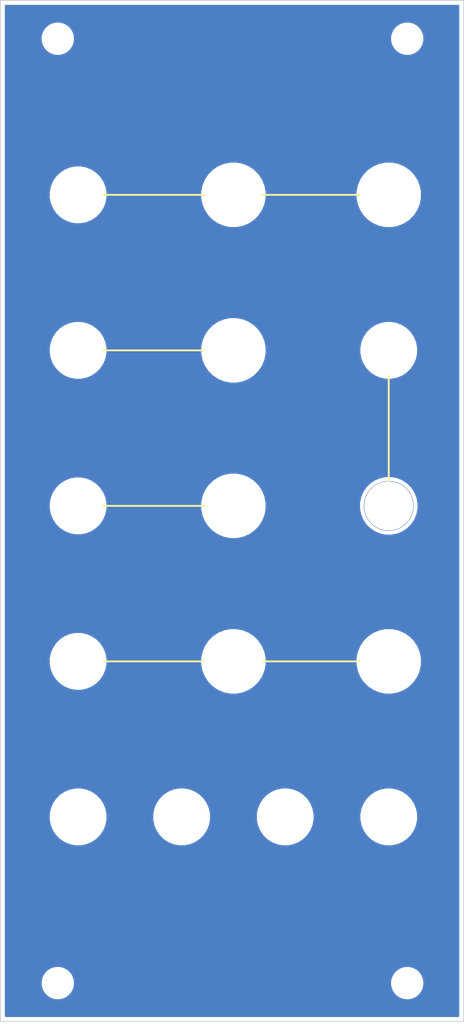
<source format=kicad_pcb>
(kicad_pcb (version 20171130) (host pcbnew 5.1.5-52549c5~86~ubuntu19.04.1)

  (general
    (thickness 1.6)
    (drawings 11)
    (tracks 0)
    (zones 0)
    (modules 24)
    (nets 1)
  )

  (page A4)
  (title_block
    (title vco)
    (date 2020-05-23)
    (rev 01)
    (comment 1 "PCB for panel")
    (comment 2 "CEM3340 voltage controlled oszillator")
    (comment 4 "License CC BY 4.0 - Attribution 4.0 International")
  )

  (layers
    (0 F.Cu signal)
    (31 B.Cu signal)
    (32 B.Adhes user)
    (33 F.Adhes user)
    (34 B.Paste user)
    (35 F.Paste user)
    (36 B.SilkS user)
    (37 F.SilkS user)
    (38 B.Mask user)
    (39 F.Mask user)
    (40 Dwgs.User user)
    (41 Cmts.User user)
    (42 Eco1.User user)
    (43 Eco2.User user)
    (44 Edge.Cuts user)
    (45 Margin user)
    (46 B.CrtYd user)
    (47 F.CrtYd user)
    (48 B.Fab user)
    (49 F.Fab user)
  )

  (setup
    (last_trace_width 0.25)
    (trace_clearance 0.2)
    (zone_clearance 0.508)
    (zone_45_only no)
    (trace_min 0.2)
    (via_size 0.8)
    (via_drill 0.4)
    (via_min_size 0.4)
    (via_min_drill 0.3)
    (uvia_size 0.3)
    (uvia_drill 0.1)
    (uvias_allowed no)
    (uvia_min_size 0.2)
    (uvia_min_drill 0.1)
    (edge_width 0.05)
    (segment_width 0.2)
    (pcb_text_width 0.3)
    (pcb_text_size 1.5 1.5)
    (mod_edge_width 0.12)
    (mod_text_size 1 1)
    (mod_text_width 0.15)
    (pad_size 6.4 6.4)
    (pad_drill 6.4)
    (pad_to_mask_clearance 0.051)
    (solder_mask_min_width 0.25)
    (aux_axis_origin 0 0)
    (visible_elements 7FFFFFFF)
    (pcbplotparams
      (layerselection 0x010fc_ffffffff)
      (usegerberextensions false)
      (usegerberattributes false)
      (usegerberadvancedattributes false)
      (creategerberjobfile false)
      (excludeedgelayer false)
      (linewidth 0.150000)
      (plotframeref false)
      (viasonmask false)
      (mode 1)
      (useauxorigin false)
      (hpglpennumber 1)
      (hpglpenspeed 20)
      (hpglpendiameter 15.000000)
      (psnegative false)
      (psa4output false)
      (plotreference true)
      (plotvalue true)
      (plotinvisibletext false)
      (padsonsilk false)
      (subtractmaskfromsilk false)
      (outputformat 1)
      (mirror false)
      (drillshape 0)
      (scaleselection 1)
      (outputdirectory "./gerbers"))
  )

  (net 0 "")

  (net_class Default "This is the default net class."
    (clearance 0.2)
    (trace_width 0.25)
    (via_dia 0.8)
    (via_drill 0.4)
    (uvia_dia 0.3)
    (uvia_drill 0.1)
  )

  (module elektrophon:panel_jack (layer F.Cu) (tedit 5DA46DDA) (tstamp 5EBD0BCA)
    (at 35.56 50.8)
    (descr "Mounting Hole 8.4mm, no annular, M8")
    (tags "mounting hole 8.4mm no annular m8")
    (path /5DA3331D)
    (attr virtual)
    (fp_text reference H4 (at 0 -9.4) (layer F.SilkS) hide
      (effects (font (size 1 1) (thickness 0.15)))
    )
    (fp_text value 1V/OCT (at 0 9.144) (layer F.Mask)
      (effects (font (size 2 1.4) (thickness 0.25)))
    )
    (fp_circle (center 0 0) (end 4.2 0) (layer F.CrtYd) (width 0.05))
    (fp_circle (center 0 0) (end 4 0) (layer Cmts.User) (width 0.15))
    (fp_text user %R (at 0.3 0) (layer F.Fab)
      (effects (font (size 1 1) (thickness 0.15)))
    )
    (pad "" np_thru_hole circle (at 0 0) (size 6.4 6.4) (drill 6.4) (layers *.Cu *.Mask))
    (model "${KIPRJMOD}/../../../lib/kicad/models/PJ301M-12 Thonkiconn v0.2.stp"
      (offset (xyz 0 0.8 -10.5))
      (scale (xyz 1 1 1))
      (rotate (xyz 0 0 0))
    )
  )

  (module elektrophon:waveshape_square locked (layer F.Cu) (tedit 5D6AF935) (tstamp 5EC93BD6)
    (at 76.2 132.08)
    (descr "Imported from ../../lib/kicad/elektrophon.pretty/saw.svg")
    (tags svg2mod)
    (attr smd)
    (fp_text reference svg2mod (at 0 -4.58823) (layer F.SilkS) hide
      (effects (font (size 1.524 1.524) (thickness 0.3048)))
    )
    (fp_text value G*** (at 0 11.176) (layer F.SilkS) hide
      (effects (font (size 1.524 1.524) (thickness 0.3048)))
    )
    (fp_line (start 2.032 9.652) (end 2.032 8.128) (layer F.Mask) (width 0.5))
    (fp_line (start 0 9.652) (end 2.032 9.652) (layer F.Mask) (width 0.5))
    (fp_line (start 0 7.112) (end 0 9.652) (layer F.Mask) (width 0.5))
    (fp_line (start -2.032 7.09577) (end -0.207183 7.09617) (layer F.Mask) (width 0.5))
    (fp_line (start -2.032 8.62667) (end -2.032 7.112) (layer F.Mask) (width 0.5))
  )

  (module elektrophon:waveshape_saw locked (layer F.Cu) (tedit 5D6AF863) (tstamp 5EC93A30)
    (at 49.106666 132.08)
    (descr "Imported from ../../lib/kicad/elektrophon.pretty/fall.svg")
    (tags svg2mod)
    (attr smd)
    (fp_text reference svg2mod (at 0 -4.69341) (layer F.SilkS) hide
      (effects (font (size 1.524 1.524) (thickness 0.3048)))
    )
    (fp_text value G*** (at 0 11.684) (layer F.SilkS) hide
      (effects (font (size 1.524 1.524) (thickness 0.3048)))
    )
    (fp_line (start -1.016 7.49859) (end 2.54 9.652) (layer F.Mask) (width 0.5))
    (fp_line (start -1.016 9.652) (end -1.016 7.62) (layer F.Mask) (width 0.5))
  )

  (module elektrophon:waveshape_sine locked (layer F.Cu) (tedit 5D6AF917) (tstamp 5EC9375B)
    (at 62.653332 132.08)
    (descr "Imported from ../../lib/kicad/elektrophon.pretty/sine.svg")
    (tags svg2mod)
    (attr smd)
    (fp_text reference svg2mod (at 0 -4.119191) (layer F.SilkS) hide
      (effects (font (size 1.524 1.524) (thickness 0.3048)))
    )
    (fp_text value G*** (at 0 11.684) (layer F.SilkS) hide
      (effects (font (size 1.524 1.524) (thickness 0.3048)))
    )
    (fp_line (start 2.333448 8.858449) (end 2.538214 8.476346) (layer F.Mask) (width 0.5))
    (fp_line (start 1.772845 9.510977) (end 2.333448 8.858449) (layer F.Mask) (width 0.5))
    (fp_line (start 1.384272 9.707191) (end 1.772845 9.510977) (layer F.Mask) (width 0.5))
    (fp_line (start 0.936943 9.693258) (end 1.384272 9.707191) (layer F.Mask) (width 0.5))
    (fp_line (start 0.440923 9.376595) (end 0.936943 9.693258) (layer F.Mask) (width 0.5))
    (fp_line (start -0.093719 8.664618) (end 0.440923 9.376595) (layer F.Mask) (width 0.5))
    (fp_line (start -0.620307 7.94493) (end -0.093719 8.664618) (layer F.Mask) (width 0.5))
    (fp_line (start -1.095093 7.607769) (end -0.620307 7.94493) (layer F.Mask) (width 0.5))
    (fp_line (start -1.512403 7.564809) (end -1.095093 7.607769) (layer F.Mask) (width 0.5))
    (fp_line (start -1.866564 7.727725) (end -1.512403 7.564809) (layer F.Mask) (width 0.5))
    (fp_line (start -2.362736 8.317877) (end -1.866564 7.727725) (layer F.Mask) (width 0.5))
    (fp_line (start -2.538214 8.671618) (end -2.362736 8.317877) (layer F.Mask) (width 0.5))
  )

  (module elektrophon:waveshape_triangle locked (layer F.Cu) (tedit 5D6AF949) (tstamp 5EC93484)
    (at 35.56 133)
    (descr "Imported from ../../lib/kicad/elektrophon.pretty/triangle.svg")
    (tags svg2mod)
    (attr smd)
    (fp_text reference svg2mod (at 0 -4.43467) (layer F.SilkS) hide
      (effects (font (size 1.524 1.524) (thickness 0.3048)))
    )
    (fp_text value G*** (at 0 11.176) (layer F.SilkS) hide
      (effects (font (size 1.524 1.524) (thickness 0.3048)))
    )
    (fp_line (start 1.524 9.51467) (end 2.54 7.82361) (layer F.Mask) (width 0.5))
    (fp_line (start -0.508 6.604) (end 1.524 9.51467) (layer F.Mask) (width 0.5))
    (fp_line (start -2.032 8.636) (end -0.508 6.604) (layer F.Mask) (width 0.5))
  )

  (module elektrophon:panel_potentiometer (layer F.Cu) (tedit 5DA46CEF) (tstamp 5DD36E24)
    (at 55.88 91.44)
    (descr "Mounting Hole 8.4mm, no annular, M8")
    (tags "mounting hole 8.4mm no annular m8")
    (path /5DD362E9)
    (attr virtual)
    (fp_text reference H13 (at 0 -9.4) (layer F.SilkS) hide
      (effects (font (size 1 1) (thickness 0.15)))
    )
    (fp_text value ATTEN (at 0 9.144) (layer F.Mask) hide
      (effects (font (size 2 1.4) (thickness 0.25)))
    )
    (fp_circle (center 0 0) (end 6.6 0) (layer F.CrtYd) (width 0.05))
    (fp_circle (center 0 0) (end 6.35 0) (layer Cmts.User) (width 0.15))
    (fp_text user %R (at 0.3 0) (layer F.Fab) hide
      (effects (font (size 1 1) (thickness 0.15)))
    )
    (pad "" np_thru_hole circle (at 0 0) (size 7.4 7.4) (drill 7.4) (layers *.Cu *.Mask))
    (model "${KIPRJMOD}/../../../lib/kicad/models/chroma cap.step"
      (offset (xyz 0 0 8))
      (scale (xyz 1 1 1))
      (rotate (xyz -90 0 0))
    )
  )

  (module elektrophon:panel_potentiometer (layer F.Cu) (tedit 5DA46CEF) (tstamp 5EBD0C09)
    (at 55.88 111.76)
    (descr "Mounting Hole 8.4mm, no annular, M8")
    (tags "mounting hole 8.4mm no annular m8")
    (path /5D6B1F10)
    (attr virtual)
    (fp_text reference H12 (at 0 -9.4) (layer F.SilkS) hide
      (effects (font (size 1 1) (thickness 0.15)))
    )
    (fp_text value ATTEN (at 0 9.144) (layer F.Mask) hide
      (effects (font (size 2 1.4) (thickness 0.25)))
    )
    (fp_circle (center 0 0) (end 6.6 0) (layer F.CrtYd) (width 0.05))
    (fp_circle (center 0 0) (end 6.35 0) (layer Cmts.User) (width 0.15))
    (fp_text user %R (at 0.3 0) (layer F.Fab) hide
      (effects (font (size 1 1) (thickness 0.15)))
    )
    (pad "" np_thru_hole circle (at 0 0) (size 7.4 7.4) (drill 7.4) (layers *.Cu *.Mask))
    (model "${KIPRJMOD}/../../../lib/kicad/models/chroma cap.step"
      (offset (xyz 0 0 8))
      (scale (xyz 1 1 1))
      (rotate (xyz -90 0 0))
    )
  )

  (module elektrophon:panel_potentiometer (layer F.Cu) (tedit 5DA46CEF) (tstamp 5EBD0C01)
    (at 55.88 50.8)
    (descr "Mounting Hole 8.4mm, no annular, M8")
    (tags "mounting hole 8.4mm no annular m8")
    (path /5D6B4FBA)
    (attr virtual)
    (fp_text reference H11 (at 0 -9.4) (layer F.SilkS) hide
      (effects (font (size 1 1) (thickness 0.15)))
    )
    (fp_text value COARSE (at 0 9.144) (layer F.Mask)
      (effects (font (size 2 1.4) (thickness 0.25)))
    )
    (fp_circle (center 0 0) (end 6.6 0) (layer F.CrtYd) (width 0.05))
    (fp_circle (center 0 0) (end 6.35 0) (layer Cmts.User) (width 0.15))
    (fp_text user %R (at 0.3 0) (layer F.Fab)
      (effects (font (size 1 1) (thickness 0.15)))
    )
    (pad "" np_thru_hole circle (at 0 0) (size 7.4 7.4) (drill 7.4) (layers *.Cu *.Mask))
    (model "${KIPRJMOD}/../../../lib/kicad/models/chroma cap.step"
      (offset (xyz 0 0 8))
      (scale (xyz 1 1 1))
      (rotate (xyz -90 0 0))
    )
  )

  (module elektrophon:panel_potentiometer (layer F.Cu) (tedit 5DA46CEF) (tstamp 5DA326EC)
    (at 55.88 71.12)
    (descr "Mounting Hole 8.4mm, no annular, M8")
    (tags "mounting hole 8.4mm no annular m8")
    (path /5D6B1F16)
    (attr virtual)
    (fp_text reference H10 (at 0 -9.4) (layer F.SilkS) hide
      (effects (font (size 1 1) (thickness 0.15)))
    )
    (fp_text value ATTEN (at 0 9.144) (layer F.Mask) hide
      (effects (font (size 2 1.4) (thickness 0.25)))
    )
    (fp_circle (center 0 0) (end 6.6 0) (layer F.CrtYd) (width 0.05))
    (fp_circle (center 0 0) (end 6.35 0) (layer Cmts.User) (width 0.15))
    (fp_text user %R (at 0.3 0) (layer F.Fab) hide
      (effects (font (size 1 1) (thickness 0.15)))
    )
    (pad "" np_thru_hole circle (at 0 0) (size 7.4 7.4) (drill 7.4) (layers *.Cu *.Mask))
    (model "${KIPRJMOD}/../../../lib/kicad/models/chroma cap.step"
      (offset (xyz 0 0 8))
      (scale (xyz 1 1 1))
      (rotate (xyz -90 0 0))
    )
  )

  (module elektrophon:SWITCH_HOLE (layer F.Cu) (tedit 5D6AF1FE) (tstamp 5EBD0C25)
    (at 76.2 91.44)
    (path /5D6AF633)
    (fp_text reference H16 (at 0 -6.604) (layer F.SilkS) hide
      (effects (font (size 1 1) (thickness 0.15)))
    )
    (fp_text value SOFT/HARD (at 0 8.636) (layer F.Mask)
      (effects (font (size 2 1.4) (thickness 0.25)))
    )
    (pad "" np_thru_hole circle (at 0 0) (size 6.5 6.5) (drill 6.4) (layers *.Cu *.Mask)
      (zone_connect 0))
    (model "/home/etienne/Projects/elektrophon/lib/kicad/models/SPDT Toggle Switch.stp"
      (offset (xyz 12.5 3.5 -11.5))
      (scale (xyz 1 1 1))
      (rotate (xyz -90 0 0))
    )
  )

  (module elektrophon:panel_potentiometer (layer F.Cu) (tedit 5DA46CEF) (tstamp 5EBD0C20)
    (at 76.2 111.76)
    (descr "Mounting Hole 8.4mm, no annular, M8")
    (tags "mounting hole 8.4mm no annular m8")
    (path /5D6B1F1C)
    (attr virtual)
    (fp_text reference H15 (at 0 -9.4) (layer F.SilkS) hide
      (effects (font (size 1 1) (thickness 0.15)))
    )
    (fp_text value INITIAL (at 0 9.144) (layer F.Mask)
      (effects (font (size 2 1.4) (thickness 0.25)))
    )
    (fp_circle (center 0 0) (end 6.6 0) (layer F.CrtYd) (width 0.05))
    (fp_circle (center 0 0) (end 6.35 0) (layer Cmts.User) (width 0.15))
    (fp_text user %R (at 0.3 0) (layer F.Fab)
      (effects (font (size 1 1) (thickness 0.15)))
    )
    (pad "" np_thru_hole circle (at 0 0) (size 7.4 7.4) (drill 7.4) (layers *.Cu *.Mask))
    (model "${KIPRJMOD}/../../../lib/kicad/models/chroma cap.step"
      (offset (xyz 0 0 8))
      (scale (xyz 1 1 1))
      (rotate (xyz -90 0 0))
    )
  )

  (module elektrophon:panel_potentiometer (layer F.Cu) (tedit 5DA46CEF) (tstamp 5EBD0C18)
    (at 76.2 50.8)
    (descr "Mounting Hole 8.4mm, no annular, M8")
    (tags "mounting hole 8.4mm no annular m8")
    (path /5D6B18DA)
    (attr virtual)
    (fp_text reference H14 (at 0 -9.4) (layer F.SilkS) hide
      (effects (font (size 1 1) (thickness 0.15)))
    )
    (fp_text value FINE (at 0 9.144) (layer F.Mask)
      (effects (font (size 2 1.4) (thickness 0.25)))
    )
    (fp_circle (center 0 0) (end 6.6 0) (layer F.CrtYd) (width 0.05))
    (fp_circle (center 0 0) (end 6.35 0) (layer Cmts.User) (width 0.15))
    (fp_text user %R (at 0.3 0) (layer F.Fab)
      (effects (font (size 1 1) (thickness 0.15)))
    )
    (pad "" np_thru_hole circle (at 0 0) (size 7.4 7.4) (drill 7.4) (layers *.Cu *.Mask))
    (model "${KIPRJMOD}/../../../lib/kicad/models/chroma cap.step"
      (offset (xyz 0 0 8))
      (scale (xyz 1 1 1))
      (rotate (xyz -90 0 0))
    )
  )

  (module elektrophon:panel_jack (layer F.Cu) (tedit 5DA46DDA) (tstamp 5EBD0BF2)
    (at 76.2 132.08)
    (descr "Mounting Hole 8.4mm, no annular, M8")
    (tags "mounting hole 8.4mm no annular m8")
    (path /5EBD4436)
    (attr virtual)
    (fp_text reference H9 (at 0 -9.4) (layer F.SilkS) hide
      (effects (font (size 1 1) (thickness 0.15)))
    )
    (fp_text value PULSE (at 0 9.144) (layer F.Mask) hide
      (effects (font (size 2 1.4) (thickness 0.25)))
    )
    (fp_circle (center 0 0) (end 4.2 0) (layer F.CrtYd) (width 0.05))
    (fp_circle (center 0 0) (end 4 0) (layer Cmts.User) (width 0.15))
    (fp_text user %R (at 0.3 0) (layer F.Fab) hide
      (effects (font (size 1 1) (thickness 0.15)))
    )
    (pad "" np_thru_hole circle (at 0 0) (size 6.4 6.4) (drill 6.4) (layers *.Cu *.Mask))
    (model "${KIPRJMOD}/../../../lib/kicad/models/PJ301M-12 Thonkiconn v0.2.stp"
      (offset (xyz 0 0.8 -10.5))
      (scale (xyz 1 1 1))
      (rotate (xyz 0 0 0))
    )
  )

  (module elektrophon:panel_jack (layer F.Cu) (tedit 5DA46DDA) (tstamp 5EBD0BEA)
    (at 62.653332 132.08)
    (descr "Mounting Hole 8.4mm, no annular, M8")
    (tags "mounting hole 8.4mm no annular m8")
    (path /5EBD42F6)
    (attr virtual)
    (fp_text reference H8 (at 0 -9.4) (layer F.SilkS) hide
      (effects (font (size 1 1) (thickness 0.15)))
    )
    (fp_text value SINE (at 0 9.144) (layer F.Mask) hide
      (effects (font (size 2 1.4) (thickness 0.25)))
    )
    (fp_circle (center 0 0) (end 4.2 0) (layer F.CrtYd) (width 0.05))
    (fp_circle (center 0 0) (end 4 0) (layer Cmts.User) (width 0.15))
    (fp_text user %R (at 0.3 0) (layer F.Fab) hide
      (effects (font (size 1 1) (thickness 0.15)))
    )
    (pad "" np_thru_hole circle (at 0 0) (size 6.4 6.4) (drill 6.4) (layers *.Cu *.Mask))
    (model "${KIPRJMOD}/../../../lib/kicad/models/PJ301M-12 Thonkiconn v0.2.stp"
      (offset (xyz 0 0.8 -10.5))
      (scale (xyz 1 1 1))
      (rotate (xyz 0 0 0))
    )
  )

  (module elektrophon:panel_jack (layer F.Cu) (tedit 5DA46DDA) (tstamp 5EBD0BE2)
    (at 49.106666 132.08)
    (descr "Mounting Hole 8.4mm, no annular, M8")
    (tags "mounting hole 8.4mm no annular m8")
    (path /5EBD41FF)
    (attr virtual)
    (fp_text reference H7 (at 0 -9.4) (layer F.SilkS) hide
      (effects (font (size 1 1) (thickness 0.15)))
    )
    (fp_text value SAW (at 0 9.144) (layer F.Mask) hide
      (effects (font (size 2 1.4) (thickness 0.25)))
    )
    (fp_circle (center 0 0) (end 4.2 0) (layer F.CrtYd) (width 0.05))
    (fp_circle (center 0 0) (end 4 0) (layer Cmts.User) (width 0.15))
    (fp_text user %R (at 0.3 0) (layer F.Fab) hide
      (effects (font (size 1 1) (thickness 0.15)))
    )
    (pad "" np_thru_hole circle (at 0 0) (size 6.4 6.4) (drill 6.4) (layers *.Cu *.Mask))
    (model "${KIPRJMOD}/../../../lib/kicad/models/PJ301M-12 Thonkiconn v0.2.stp"
      (offset (xyz 0 0.8 -10.5))
      (scale (xyz 1 1 1))
      (rotate (xyz 0 0 0))
    )
  )

  (module elektrophon:panel_jack (layer F.Cu) (tedit 5DA46DDA) (tstamp 5EBD0BDA)
    (at 76.2 71.12)
    (descr "Mounting Hole 8.4mm, no annular, M8")
    (tags "mounting hole 8.4mm no annular m8")
    (path /5DD35930)
    (attr virtual)
    (fp_text reference H6 (at 0 -9.4) (layer F.SilkS) hide
      (effects (font (size 1 1) (thickness 0.15)))
    )
    (fp_text value SYNC (at 0 9.144) (layer F.Mask) hide
      (effects (font (size 2 1.4) (thickness 0.25)))
    )
    (fp_circle (center 0 0) (end 4.2 0) (layer F.CrtYd) (width 0.05))
    (fp_circle (center 0 0) (end 4 0) (layer Cmts.User) (width 0.15))
    (fp_text user %R (at 0.3 0) (layer F.Fab) hide
      (effects (font (size 1 1) (thickness 0.15)))
    )
    (pad "" np_thru_hole circle (at 0 0) (size 6.4 6.4) (drill 6.4) (layers *.Cu *.Mask))
    (model "${KIPRJMOD}/../../../lib/kicad/models/PJ301M-12 Thonkiconn v0.2.stp"
      (offset (xyz 0 0.8 -10.5))
      (scale (xyz 1 1 1))
      (rotate (xyz 0 0 0))
    )
  )

  (module elektrophon:panel_jack (layer F.Cu) (tedit 5DA46DDA) (tstamp 5EBD0BD2)
    (at 35.56 111.76)
    (descr "Mounting Hole 8.4mm, no annular, M8")
    (tags "mounting hole 8.4mm no annular m8")
    (path /5D6B18CE)
    (attr virtual)
    (fp_text reference H5 (at 0 -9.4) (layer F.SilkS) hide
      (effects (font (size 1 1) (thickness 0.15)))
    )
    (fp_text value PWM (at 0 9.144) (layer F.Mask)
      (effects (font (size 2 1.4) (thickness 0.25)))
    )
    (fp_circle (center 0 0) (end 4.2 0) (layer F.CrtYd) (width 0.05))
    (fp_circle (center 0 0) (end 4 0) (layer Cmts.User) (width 0.15))
    (fp_text user %R (at 0.3 0) (layer F.Fab)
      (effects (font (size 1 1) (thickness 0.15)))
    )
    (pad "" np_thru_hole circle (at 0 0) (size 6.4 6.4) (drill 6.4) (layers *.Cu *.Mask))
    (model "${KIPRJMOD}/../../../lib/kicad/models/PJ301M-12 Thonkiconn v0.2.stp"
      (offset (xyz 0 0.8 -10.5))
      (scale (xyz 1 1 1))
      (rotate (xyz 0 0 0))
    )
  )

  (module elektrophon:panel_jack (layer F.Cu) (tedit 5DA46DDA) (tstamp 5EBD0BC5)
    (at 35.56 91.44)
    (descr "Mounting Hole 8.4mm, no annular, M8")
    (tags "mounting hole 8.4mm no annular m8")
    (path /5DE3D3E9)
    (attr virtual)
    (fp_text reference H3 (at 0 -9.4) (layer F.SilkS) hide
      (effects (font (size 1 1) (thickness 0.15)))
    )
    (fp_text value LIN_FM (at 0 9.144) (layer F.Mask)
      (effects (font (size 2 1.4) (thickness 0.25)))
    )
    (fp_circle (center 0 0) (end 4.2 0) (layer F.CrtYd) (width 0.05))
    (fp_circle (center 0 0) (end 4 0) (layer Cmts.User) (width 0.15))
    (fp_text user %R (at 0.3 0) (layer F.Fab)
      (effects (font (size 1 1) (thickness 0.15)))
    )
    (pad "" np_thru_hole circle (at 0 0) (size 6.4 6.4) (drill 6.4) (layers *.Cu *.Mask))
    (model "${KIPRJMOD}/../../../lib/kicad/models/PJ301M-12 Thonkiconn v0.2.stp"
      (offset (xyz 0 0.8 -10.5))
      (scale (xyz 1 1 1))
      (rotate (xyz 0 0 0))
    )
  )

  (module elektrophon:panel_jack (layer F.Cu) (tedit 5DA46DDA) (tstamp 5EBD0BB6)
    (at 35.56 132.08)
    (descr "Mounting Hole 8.4mm, no annular, M8")
    (tags "mounting hole 8.4mm no annular m8")
    (path /5EBD4082)
    (attr virtual)
    (fp_text reference H1 (at 0 -9.4) (layer F.SilkS) hide
      (effects (font (size 1 1) (thickness 0.15)))
    )
    (fp_text value TRIANGLE (at 0 9.144) (layer F.Mask) hide
      (effects (font (size 2 1.4) (thickness 0.25)))
    )
    (fp_circle (center 0 0) (end 4.2 0) (layer F.CrtYd) (width 0.05))
    (fp_circle (center 0 0) (end 4 0) (layer Cmts.User) (width 0.15))
    (fp_text user %R (at 0.3 0) (layer F.Fab) hide
      (effects (font (size 1 1) (thickness 0.15)))
    )
    (pad "" np_thru_hole circle (at 0 0) (size 6.4 6.4) (drill 6.4) (layers *.Cu *.Mask))
    (model "${KIPRJMOD}/../../../lib/kicad/models/PJ301M-12 Thonkiconn v0.2.stp"
      (offset (xyz 0 0.8 -10.5))
      (scale (xyz 1 1 1))
      (rotate (xyz 0 0 0))
    )
  )

  (module elektrophon:panel_jack (layer F.Cu) (tedit 5DA46DDA) (tstamp 5DA32690)
    (at 35.56 71.12)
    (descr "Mounting Hole 8.4mm, no annular, M8")
    (tags "mounting hole 8.4mm no annular m8")
    (path /5D6AF58E)
    (attr virtual)
    (fp_text reference H2 (at 0 -9.4) (layer F.SilkS) hide
      (effects (font (size 1 1) (thickness 0.15)))
    )
    (fp_text value EXP_FM (at 0 9.144) (layer F.Mask)
      (effects (font (size 2 1.4) (thickness 0.25)))
    )
    (fp_circle (center 0 0) (end 4.2 0) (layer F.CrtYd) (width 0.05))
    (fp_circle (center 0 0) (end 4 0) (layer Cmts.User) (width 0.15))
    (fp_text user %R (at 0.3 0) (layer F.Fab) hide
      (effects (font (size 1 1) (thickness 0.15)))
    )
    (pad "" np_thru_hole circle (at 0 0) (size 6.4 6.4) (drill 6.4) (layers *.Cu *.Mask))
    (model "${KIPRJMOD}/../../../lib/kicad/models/PJ301M-12 Thonkiconn v0.2.stp"
      (offset (xyz 0 0.8 -10.5))
      (scale (xyz 1 1 1))
      (rotate (xyz 0 0 0))
    )
  )

  (module MountingHole:MountingHole_3.2mm_M3 locked (layer F.Cu) (tedit 56D1B4CB) (tstamp 5D6C7189)
    (at 78.62 153.8)
    (descr "Mounting Hole 3.2mm, no annular, M3")
    (tags "mounting hole 3.2mm no annular m3")
    (path /5D6C254B)
    (attr virtual)
    (fp_text reference H20 (at 0 -4.2) (layer F.SilkS) hide
      (effects (font (size 1 1) (thickness 0.15)))
    )
    (fp_text value MountingHole (at 0 4.2) (layer F.Fab) hide
      (effects (font (size 1 1) (thickness 0.15)))
    )
    (fp_circle (center 0 0) (end 3.45 0) (layer F.CrtYd) (width 0.05))
    (fp_circle (center 0 0) (end 3.2 0) (layer Cmts.User) (width 0.15))
    (fp_text user %R (at 0.3 0) (layer F.Fab) hide
      (effects (font (size 1 1) (thickness 0.15)))
    )
    (pad 1 np_thru_hole circle (at 0 0) (size 3.2 3.2) (drill 3.2) (layers *.Cu *.Mask))
  )

  (module MountingHole:MountingHole_3.2mm_M3 locked (layer F.Cu) (tedit 56D1B4CB) (tstamp 5D6C7181)
    (at 78.62 30.4)
    (descr "Mounting Hole 3.2mm, no annular, M3")
    (tags "mounting hole 3.2mm no annular m3")
    (path /5D6C22FB)
    (attr virtual)
    (fp_text reference H19 (at 0 -4.2) (layer F.SilkS) hide
      (effects (font (size 1 1) (thickness 0.15)))
    )
    (fp_text value MountingHole (at 0 4.2) (layer F.Fab) hide
      (effects (font (size 1 1) (thickness 0.15)))
    )
    (fp_circle (center 0 0) (end 3.45 0) (layer F.CrtYd) (width 0.05))
    (fp_circle (center 0 0) (end 3.2 0) (layer Cmts.User) (width 0.15))
    (fp_text user %R (at 0.3 0) (layer F.Fab) hide
      (effects (font (size 1 1) (thickness 0.15)))
    )
    (pad 1 np_thru_hole circle (at 0 0) (size 3.2 3.2) (drill 3.2) (layers *.Cu *.Mask))
  )

  (module MountingHole:MountingHole_3.2mm_M3 locked (layer F.Cu) (tedit 56D1B4CB) (tstamp 5D6C7179)
    (at 32.9 153.8)
    (descr "Mounting Hole 3.2mm, no annular, M3")
    (tags "mounting hole 3.2mm no annular m3")
    (path /5D6C2167)
    (attr virtual)
    (fp_text reference H18 (at 0 -4.2) (layer F.SilkS) hide
      (effects (font (size 1 1) (thickness 0.15)))
    )
    (fp_text value MountingHole (at 0 4.2) (layer F.Fab) hide
      (effects (font (size 1 1) (thickness 0.15)))
    )
    (fp_circle (center 0 0) (end 3.45 0) (layer F.CrtYd) (width 0.05))
    (fp_circle (center 0 0) (end 3.2 0) (layer Cmts.User) (width 0.15))
    (fp_text user %R (at 0.3 0) (layer F.Fab) hide
      (effects (font (size 1 1) (thickness 0.15)))
    )
    (pad 1 np_thru_hole circle (at 0 0) (size 3.2 3.2) (drill 3.2) (layers *.Cu *.Mask))
  )

  (module MountingHole:MountingHole_3.2mm_M3 locked (layer F.Cu) (tedit 56D1B4CB) (tstamp 5D6C7171)
    (at 32.9 30.4)
    (descr "Mounting Hole 3.2mm, no annular, M3")
    (tags "mounting hole 3.2mm no annular m3")
    (path /5D6C1F77)
    (attr virtual)
    (fp_text reference H17 (at 0 -4.2) (layer F.SilkS) hide
      (effects (font (size 1 1) (thickness 0.15)))
    )
    (fp_text value MountingHole (at 0 4.2) (layer F.Fab) hide
      (effects (font (size 1 1) (thickness 0.15)))
    )
    (fp_circle (center 0 0) (end 3.45 0) (layer F.CrtYd) (width 0.05))
    (fp_circle (center 0 0) (end 3.2 0) (layer Cmts.User) (width 0.15))
    (fp_text user %R (at 0.3 0) (layer F.Fab) hide
      (effects (font (size 1 1) (thickness 0.15)))
    )
    (pad 1 np_thru_hole circle (at 0 0) (size 3.2 3.2) (drill 3.2) (layers *.Cu *.Mask))
  )

  (gr_line (start 35.56 111.76) (end 76.2 111.76) (layer F.SilkS) (width 0.25))
  (gr_line (start 55.88 91.44) (end 35.56 91.44) (layer F.SilkS) (width 0.25))
  (gr_line (start 76.2 71.12) (end 76.2 91.44) (layer F.SilkS) (width 0.25))
  (gr_line (start 35.56 71.12) (end 55.88 71.12) (layer F.SilkS) (width 0.25))
  (gr_line (start 35.56 50.8) (end 76.2 50.8) (layer F.SilkS) (width 0.25))
  (gr_text R01 (at 69.85 153.67) (layer F.Cu)
    (effects (font (size 2 1.4) (thickness 0.25)))
  )
  (gr_text "vco\n" (at 55.88 30.48) (layer F.Mask)
    (effects (font (size 3 3) (thickness 0.35)))
  )
  (gr_line (start 86 158.8) (end 25.4 158.8) (layer Edge.Cuts) (width 0.12))
  (gr_line (start 86 25.4) (end 86 158.8) (layer Edge.Cuts) (width 0.12))
  (gr_line (start 25.4 25.4) (end 25.4 158.8) (layer Edge.Cuts) (width 0.12))
  (gr_line (start 25.4 25.4) (end 86 25.4) (layer Edge.Cuts) (width 0.12))

  (zone (net 0) (net_name "") (layer B.Cu) (tstamp 5D6DC77A) (hatch edge 0.508)
    (connect_pads (clearance 0.508))
    (min_thickness 0.254)
    (fill yes (arc_segments 32) (thermal_gap 0.508) (thermal_bridge_width 0.508))
    (polygon
      (pts
        (xy 25.43 25.4) (xy 85.882 25.751) (xy 85.822 159.161) (xy 25.4 158.75)
      )
    )
    (filled_polygon
      (pts
        (xy 85.305001 158.105) (xy 26.095 158.105) (xy 26.095 153.579872) (xy 30.665 153.579872) (xy 30.665 154.020128)
        (xy 30.75089 154.451925) (xy 30.919369 154.858669) (xy 31.163962 155.224729) (xy 31.475271 155.536038) (xy 31.841331 155.780631)
        (xy 32.248075 155.94911) (xy 32.679872 156.035) (xy 33.120128 156.035) (xy 33.551925 155.94911) (xy 33.958669 155.780631)
        (xy 34.324729 155.536038) (xy 34.636038 155.224729) (xy 34.880631 154.858669) (xy 35.04911 154.451925) (xy 35.135 154.020128)
        (xy 35.135 153.579872) (xy 76.385 153.579872) (xy 76.385 154.020128) (xy 76.47089 154.451925) (xy 76.639369 154.858669)
        (xy 76.883962 155.224729) (xy 77.195271 155.536038) (xy 77.561331 155.780631) (xy 77.968075 155.94911) (xy 78.399872 156.035)
        (xy 78.840128 156.035) (xy 79.271925 155.94911) (xy 79.678669 155.780631) (xy 80.044729 155.536038) (xy 80.356038 155.224729)
        (xy 80.600631 154.858669) (xy 80.76911 154.451925) (xy 80.855 154.020128) (xy 80.855 153.579872) (xy 80.76911 153.148075)
        (xy 80.600631 152.741331) (xy 80.356038 152.375271) (xy 80.044729 152.063962) (xy 79.678669 151.819369) (xy 79.271925 151.65089)
        (xy 78.840128 151.565) (xy 78.399872 151.565) (xy 77.968075 151.65089) (xy 77.561331 151.819369) (xy 77.195271 152.063962)
        (xy 76.883962 152.375271) (xy 76.639369 152.741331) (xy 76.47089 153.148075) (xy 76.385 153.579872) (xy 35.135 153.579872)
        (xy 35.04911 153.148075) (xy 34.880631 152.741331) (xy 34.636038 152.375271) (xy 34.324729 152.063962) (xy 33.958669 151.819369)
        (xy 33.551925 151.65089) (xy 33.120128 151.565) (xy 32.679872 151.565) (xy 32.248075 151.65089) (xy 31.841331 151.819369)
        (xy 31.475271 152.063962) (xy 31.163962 152.375271) (xy 30.919369 152.741331) (xy 30.75089 153.148075) (xy 30.665 153.579872)
        (xy 26.095 153.579872) (xy 26.095 131.702285) (xy 31.725 131.702285) (xy 31.725 132.457715) (xy 31.872377 133.198628)
        (xy 32.161467 133.896554) (xy 32.581161 134.52467) (xy 33.11533 135.058839) (xy 33.743446 135.478533) (xy 34.441372 135.767623)
        (xy 35.182285 135.915) (xy 35.937715 135.915) (xy 36.678628 135.767623) (xy 37.376554 135.478533) (xy 38.00467 135.058839)
        (xy 38.538839 134.52467) (xy 38.958533 133.896554) (xy 39.247623 133.198628) (xy 39.395 132.457715) (xy 39.395 131.702285)
        (xy 45.271666 131.702285) (xy 45.271666 132.457715) (xy 45.419043 133.198628) (xy 45.708133 133.896554) (xy 46.127827 134.52467)
        (xy 46.661996 135.058839) (xy 47.290112 135.478533) (xy 47.988038 135.767623) (xy 48.728951 135.915) (xy 49.484381 135.915)
        (xy 50.225294 135.767623) (xy 50.92322 135.478533) (xy 51.551336 135.058839) (xy 52.085505 134.52467) (xy 52.505199 133.896554)
        (xy 52.794289 133.198628) (xy 52.941666 132.457715) (xy 52.941666 131.702285) (xy 58.818332 131.702285) (xy 58.818332 132.457715)
        (xy 58.965709 133.198628) (xy 59.254799 133.896554) (xy 59.674493 134.52467) (xy 60.208662 135.058839) (xy 60.836778 135.478533)
        (xy 61.534704 135.767623) (xy 62.275617 135.915) (xy 63.031047 135.915) (xy 63.77196 135.767623) (xy 64.469886 135.478533)
        (xy 65.098002 135.058839) (xy 65.632171 134.52467) (xy 66.051865 133.896554) (xy 66.340955 133.198628) (xy 66.488332 132.457715)
        (xy 66.488332 131.702285) (xy 72.365 131.702285) (xy 72.365 132.457715) (xy 72.512377 133.198628) (xy 72.801467 133.896554)
        (xy 73.221161 134.52467) (xy 73.75533 135.058839) (xy 74.383446 135.478533) (xy 75.081372 135.767623) (xy 75.822285 135.915)
        (xy 76.577715 135.915) (xy 77.318628 135.767623) (xy 78.016554 135.478533) (xy 78.64467 135.058839) (xy 79.178839 134.52467)
        (xy 79.598533 133.896554) (xy 79.887623 133.198628) (xy 80.035 132.457715) (xy 80.035 131.702285) (xy 79.887623 130.961372)
        (xy 79.598533 130.263446) (xy 79.178839 129.63533) (xy 78.64467 129.101161) (xy 78.016554 128.681467) (xy 77.318628 128.392377)
        (xy 76.577715 128.245) (xy 75.822285 128.245) (xy 75.081372 128.392377) (xy 74.383446 128.681467) (xy 73.75533 129.101161)
        (xy 73.221161 129.63533) (xy 72.801467 130.263446) (xy 72.512377 130.961372) (xy 72.365 131.702285) (xy 66.488332 131.702285)
        (xy 66.340955 130.961372) (xy 66.051865 130.263446) (xy 65.632171 129.63533) (xy 65.098002 129.101161) (xy 64.469886 128.681467)
        (xy 63.77196 128.392377) (xy 63.031047 128.245) (xy 62.275617 128.245) (xy 61.534704 128.392377) (xy 60.836778 128.681467)
        (xy 60.208662 129.101161) (xy 59.674493 129.63533) (xy 59.254799 130.263446) (xy 58.965709 130.961372) (xy 58.818332 131.702285)
        (xy 52.941666 131.702285) (xy 52.794289 130.961372) (xy 52.505199 130.263446) (xy 52.085505 129.63533) (xy 51.551336 129.101161)
        (xy 50.92322 128.681467) (xy 50.225294 128.392377) (xy 49.484381 128.245) (xy 48.728951 128.245) (xy 47.988038 128.392377)
        (xy 47.290112 128.681467) (xy 46.661996 129.101161) (xy 46.127827 129.63533) (xy 45.708133 130.263446) (xy 45.419043 130.961372)
        (xy 45.271666 131.702285) (xy 39.395 131.702285) (xy 39.247623 130.961372) (xy 38.958533 130.263446) (xy 38.538839 129.63533)
        (xy 38.00467 129.101161) (xy 37.376554 128.681467) (xy 36.678628 128.392377) (xy 35.937715 128.245) (xy 35.182285 128.245)
        (xy 34.441372 128.392377) (xy 33.743446 128.681467) (xy 33.11533 129.101161) (xy 32.581161 129.63533) (xy 32.161467 130.263446)
        (xy 31.872377 130.961372) (xy 31.725 131.702285) (xy 26.095 131.702285) (xy 26.095 111.382285) (xy 31.725 111.382285)
        (xy 31.725 112.137715) (xy 31.872377 112.878628) (xy 32.161467 113.576554) (xy 32.581161 114.20467) (xy 33.11533 114.738839)
        (xy 33.743446 115.158533) (xy 34.441372 115.447623) (xy 35.182285 115.595) (xy 35.937715 115.595) (xy 36.678628 115.447623)
        (xy 37.376554 115.158533) (xy 38.00467 114.738839) (xy 38.538839 114.20467) (xy 38.958533 113.576554) (xy 39.247623 112.878628)
        (xy 39.395 112.137715) (xy 39.395 111.382285) (xy 39.385205 111.33304) (xy 51.545 111.33304) (xy 51.545 112.18696)
        (xy 51.711592 113.024473) (xy 52.038373 113.813392) (xy 52.512786 114.523401) (xy 53.116599 115.127214) (xy 53.826608 115.601627)
        (xy 54.615527 115.928408) (xy 55.45304 116.095) (xy 56.30696 116.095) (xy 57.144473 115.928408) (xy 57.933392 115.601627)
        (xy 58.643401 115.127214) (xy 59.247214 114.523401) (xy 59.721627 113.813392) (xy 60.048408 113.024473) (xy 60.215 112.18696)
        (xy 60.215 111.33304) (xy 71.865 111.33304) (xy 71.865 112.18696) (xy 72.031592 113.024473) (xy 72.358373 113.813392)
        (xy 72.832786 114.523401) (xy 73.436599 115.127214) (xy 74.146608 115.601627) (xy 74.935527 115.928408) (xy 75.77304 116.095)
        (xy 76.62696 116.095) (xy 77.464473 115.928408) (xy 78.253392 115.601627) (xy 78.963401 115.127214) (xy 79.567214 114.523401)
        (xy 80.041627 113.813392) (xy 80.368408 113.024473) (xy 80.535 112.18696) (xy 80.535 111.33304) (xy 80.368408 110.495527)
        (xy 80.041627 109.706608) (xy 79.567214 108.996599) (xy 78.963401 108.392786) (xy 78.253392 107.918373) (xy 77.464473 107.591592)
        (xy 76.62696 107.425) (xy 75.77304 107.425) (xy 74.935527 107.591592) (xy 74.146608 107.918373) (xy 73.436599 108.392786)
        (xy 72.832786 108.996599) (xy 72.358373 109.706608) (xy 72.031592 110.495527) (xy 71.865 111.33304) (xy 60.215 111.33304)
        (xy 60.048408 110.495527) (xy 59.721627 109.706608) (xy 59.247214 108.996599) (xy 58.643401 108.392786) (xy 57.933392 107.918373)
        (xy 57.144473 107.591592) (xy 56.30696 107.425) (xy 55.45304 107.425) (xy 54.615527 107.591592) (xy 53.826608 107.918373)
        (xy 53.116599 108.392786) (xy 52.512786 108.996599) (xy 52.038373 109.706608) (xy 51.711592 110.495527) (xy 51.545 111.33304)
        (xy 39.385205 111.33304) (xy 39.247623 110.641372) (xy 38.958533 109.943446) (xy 38.538839 109.31533) (xy 38.00467 108.781161)
        (xy 37.376554 108.361467) (xy 36.678628 108.072377) (xy 35.937715 107.925) (xy 35.182285 107.925) (xy 34.441372 108.072377)
        (xy 33.743446 108.361467) (xy 33.11533 108.781161) (xy 32.581161 109.31533) (xy 32.161467 109.943446) (xy 31.872377 110.641372)
        (xy 31.725 111.382285) (xy 26.095 111.382285) (xy 26.095 91.062285) (xy 31.725 91.062285) (xy 31.725 91.817715)
        (xy 31.872377 92.558628) (xy 32.161467 93.256554) (xy 32.581161 93.88467) (xy 33.11533 94.418839) (xy 33.743446 94.838533)
        (xy 34.441372 95.127623) (xy 35.182285 95.275) (xy 35.937715 95.275) (xy 36.678628 95.127623) (xy 37.376554 94.838533)
        (xy 38.00467 94.418839) (xy 38.538839 93.88467) (xy 38.958533 93.256554) (xy 39.247623 92.558628) (xy 39.395 91.817715)
        (xy 39.395 91.062285) (xy 39.385205 91.01304) (xy 51.545 91.01304) (xy 51.545 91.86696) (xy 51.711592 92.704473)
        (xy 52.038373 93.493392) (xy 52.512786 94.203401) (xy 53.116599 94.807214) (xy 53.826608 95.281627) (xy 54.615527 95.608408)
        (xy 55.45304 95.775) (xy 56.30696 95.775) (xy 57.144473 95.608408) (xy 57.933392 95.281627) (xy 58.643401 94.807214)
        (xy 59.247214 94.203401) (xy 59.721627 93.493392) (xy 60.048408 92.704473) (xy 60.215 91.86696) (xy 60.215 91.057361)
        (xy 72.315 91.057361) (xy 72.315 91.822639) (xy 72.464298 92.573213) (xy 72.757158 93.280238) (xy 73.182323 93.916543)
        (xy 73.723457 94.457677) (xy 74.359762 94.882842) (xy 75.066787 95.175702) (xy 75.817361 95.325) (xy 76.582639 95.325)
        (xy 77.333213 95.175702) (xy 78.040238 94.882842) (xy 78.676543 94.457677) (xy 79.217677 93.916543) (xy 79.642842 93.280238)
        (xy 79.935702 92.573213) (xy 80.085 91.822639) (xy 80.085 91.057361) (xy 79.935702 90.306787) (xy 79.642842 89.599762)
        (xy 79.217677 88.963457) (xy 78.676543 88.422323) (xy 78.040238 87.997158) (xy 77.333213 87.704298) (xy 76.582639 87.555)
        (xy 75.817361 87.555) (xy 75.066787 87.704298) (xy 74.359762 87.997158) (xy 73.723457 88.422323) (xy 73.182323 88.963457)
        (xy 72.757158 89.599762) (xy 72.464298 90.306787) (xy 72.315 91.057361) (xy 60.215 91.057361) (xy 60.215 91.01304)
        (xy 60.048408 90.175527) (xy 59.721627 89.386608) (xy 59.247214 88.676599) (xy 58.643401 88.072786) (xy 57.933392 87.598373)
        (xy 57.144473 87.271592) (xy 56.30696 87.105) (xy 55.45304 87.105) (xy 54.615527 87.271592) (xy 53.826608 87.598373)
        (xy 53.116599 88.072786) (xy 52.512786 88.676599) (xy 52.038373 89.386608) (xy 51.711592 90.175527) (xy 51.545 91.01304)
        (xy 39.385205 91.01304) (xy 39.247623 90.321372) (xy 38.958533 89.623446) (xy 38.538839 88.99533) (xy 38.00467 88.461161)
        (xy 37.376554 88.041467) (xy 36.678628 87.752377) (xy 35.937715 87.605) (xy 35.182285 87.605) (xy 34.441372 87.752377)
        (xy 33.743446 88.041467) (xy 33.11533 88.461161) (xy 32.581161 88.99533) (xy 32.161467 89.623446) (xy 31.872377 90.321372)
        (xy 31.725 91.062285) (xy 26.095 91.062285) (xy 26.095 70.742285) (xy 31.725 70.742285) (xy 31.725 71.497715)
        (xy 31.872377 72.238628) (xy 32.161467 72.936554) (xy 32.581161 73.56467) (xy 33.11533 74.098839) (xy 33.743446 74.518533)
        (xy 34.441372 74.807623) (xy 35.182285 74.955) (xy 35.937715 74.955) (xy 36.678628 74.807623) (xy 37.376554 74.518533)
        (xy 38.00467 74.098839) (xy 38.538839 73.56467) (xy 38.958533 72.936554) (xy 39.247623 72.238628) (xy 39.395 71.497715)
        (xy 39.395 70.742285) (xy 39.385205 70.69304) (xy 51.545 70.69304) (xy 51.545 71.54696) (xy 51.711592 72.384473)
        (xy 52.038373 73.173392) (xy 52.512786 73.883401) (xy 53.116599 74.487214) (xy 53.826608 74.961627) (xy 54.615527 75.288408)
        (xy 55.45304 75.455) (xy 56.30696 75.455) (xy 57.144473 75.288408) (xy 57.933392 74.961627) (xy 58.643401 74.487214)
        (xy 59.247214 73.883401) (xy 59.721627 73.173392) (xy 60.048408 72.384473) (xy 60.215 71.54696) (xy 60.215 70.742285)
        (xy 72.365 70.742285) (xy 72.365 71.497715) (xy 72.512377 72.238628) (xy 72.801467 72.936554) (xy 73.221161 73.56467)
        (xy 73.75533 74.098839) (xy 74.383446 74.518533) (xy 75.081372 74.807623) (xy 75.822285 74.955) (xy 76.577715 74.955)
        (xy 77.318628 74.807623) (xy 78.016554 74.518533) (xy 78.64467 74.098839) (xy 79.178839 73.56467) (xy 79.598533 72.936554)
        (xy 79.887623 72.238628) (xy 80.035 71.497715) (xy 80.035 70.742285) (xy 79.887623 70.001372) (xy 79.598533 69.303446)
        (xy 79.178839 68.67533) (xy 78.64467 68.141161) (xy 78.016554 67.721467) (xy 77.318628 67.432377) (xy 76.577715 67.285)
        (xy 75.822285 67.285) (xy 75.081372 67.432377) (xy 74.383446 67.721467) (xy 73.75533 68.141161) (xy 73.221161 68.67533)
        (xy 72.801467 69.303446) (xy 72.512377 70.001372) (xy 72.365 70.742285) (xy 60.215 70.742285) (xy 60.215 70.69304)
        (xy 60.048408 69.855527) (xy 59.721627 69.066608) (xy 59.247214 68.356599) (xy 58.643401 67.752786) (xy 57.933392 67.278373)
        (xy 57.144473 66.951592) (xy 56.30696 66.785) (xy 55.45304 66.785) (xy 54.615527 66.951592) (xy 53.826608 67.278373)
        (xy 53.116599 67.752786) (xy 52.512786 68.356599) (xy 52.038373 69.066608) (xy 51.711592 69.855527) (xy 51.545 70.69304)
        (xy 39.385205 70.69304) (xy 39.247623 70.001372) (xy 38.958533 69.303446) (xy 38.538839 68.67533) (xy 38.00467 68.141161)
        (xy 37.376554 67.721467) (xy 36.678628 67.432377) (xy 35.937715 67.285) (xy 35.182285 67.285) (xy 34.441372 67.432377)
        (xy 33.743446 67.721467) (xy 33.11533 68.141161) (xy 32.581161 68.67533) (xy 32.161467 69.303446) (xy 31.872377 70.001372)
        (xy 31.725 70.742285) (xy 26.095 70.742285) (xy 26.095 50.422285) (xy 31.725 50.422285) (xy 31.725 51.177715)
        (xy 31.872377 51.918628) (xy 32.161467 52.616554) (xy 32.581161 53.24467) (xy 33.11533 53.778839) (xy 33.743446 54.198533)
        (xy 34.441372 54.487623) (xy 35.182285 54.635) (xy 35.937715 54.635) (xy 36.678628 54.487623) (xy 37.376554 54.198533)
        (xy 38.00467 53.778839) (xy 38.538839 53.24467) (xy 38.958533 52.616554) (xy 39.247623 51.918628) (xy 39.395 51.177715)
        (xy 39.395 50.422285) (xy 39.385205 50.37304) (xy 51.545 50.37304) (xy 51.545 51.22696) (xy 51.711592 52.064473)
        (xy 52.038373 52.853392) (xy 52.512786 53.563401) (xy 53.116599 54.167214) (xy 53.826608 54.641627) (xy 54.615527 54.968408)
        (xy 55.45304 55.135) (xy 56.30696 55.135) (xy 57.144473 54.968408) (xy 57.933392 54.641627) (xy 58.643401 54.167214)
        (xy 59.247214 53.563401) (xy 59.721627 52.853392) (xy 60.048408 52.064473) (xy 60.215 51.22696) (xy 60.215 50.37304)
        (xy 71.865 50.37304) (xy 71.865 51.22696) (xy 72.031592 52.064473) (xy 72.358373 52.853392) (xy 72.832786 53.563401)
        (xy 73.436599 54.167214) (xy 74.146608 54.641627) (xy 74.935527 54.968408) (xy 75.77304 55.135) (xy 76.62696 55.135)
        (xy 77.464473 54.968408) (xy 78.253392 54.641627) (xy 78.963401 54.167214) (xy 79.567214 53.563401) (xy 80.041627 52.853392)
        (xy 80.368408 52.064473) (xy 80.535 51.22696) (xy 80.535 50.37304) (xy 80.368408 49.535527) (xy 80.041627 48.746608)
        (xy 79.567214 48.036599) (xy 78.963401 47.432786) (xy 78.253392 46.958373) (xy 77.464473 46.631592) (xy 76.62696 46.465)
        (xy 75.77304 46.465) (xy 74.935527 46.631592) (xy 74.146608 46.958373) (xy 73.436599 47.432786) (xy 72.832786 48.036599)
        (xy 72.358373 48.746608) (xy 72.031592 49.535527) (xy 71.865 50.37304) (xy 60.215 50.37304) (xy 60.048408 49.535527)
        (xy 59.721627 48.746608) (xy 59.247214 48.036599) (xy 58.643401 47.432786) (xy 57.933392 46.958373) (xy 57.144473 46.631592)
        (xy 56.30696 46.465) (xy 55.45304 46.465) (xy 54.615527 46.631592) (xy 53.826608 46.958373) (xy 53.116599 47.432786)
        (xy 52.512786 48.036599) (xy 52.038373 48.746608) (xy 51.711592 49.535527) (xy 51.545 50.37304) (xy 39.385205 50.37304)
        (xy 39.247623 49.681372) (xy 38.958533 48.983446) (xy 38.538839 48.35533) (xy 38.00467 47.821161) (xy 37.376554 47.401467)
        (xy 36.678628 47.112377) (xy 35.937715 46.965) (xy 35.182285 46.965) (xy 34.441372 47.112377) (xy 33.743446 47.401467)
        (xy 33.11533 47.821161) (xy 32.581161 48.35533) (xy 32.161467 48.983446) (xy 31.872377 49.681372) (xy 31.725 50.422285)
        (xy 26.095 50.422285) (xy 26.095 30.179872) (xy 30.665 30.179872) (xy 30.665 30.620128) (xy 30.75089 31.051925)
        (xy 30.919369 31.458669) (xy 31.163962 31.824729) (xy 31.475271 32.136038) (xy 31.841331 32.380631) (xy 32.248075 32.54911)
        (xy 32.679872 32.635) (xy 33.120128 32.635) (xy 33.551925 32.54911) (xy 33.958669 32.380631) (xy 34.324729 32.136038)
        (xy 34.636038 31.824729) (xy 34.880631 31.458669) (xy 35.04911 31.051925) (xy 35.135 30.620128) (xy 35.135 30.179872)
        (xy 76.385 30.179872) (xy 76.385 30.620128) (xy 76.47089 31.051925) (xy 76.639369 31.458669) (xy 76.883962 31.824729)
        (xy 77.195271 32.136038) (xy 77.561331 32.380631) (xy 77.968075 32.54911) (xy 78.399872 32.635) (xy 78.840128 32.635)
        (xy 79.271925 32.54911) (xy 79.678669 32.380631) (xy 80.044729 32.136038) (xy 80.356038 31.824729) (xy 80.600631 31.458669)
        (xy 80.76911 31.051925) (xy 80.855 30.620128) (xy 80.855 30.179872) (xy 80.76911 29.748075) (xy 80.600631 29.341331)
        (xy 80.356038 28.975271) (xy 80.044729 28.663962) (xy 79.678669 28.419369) (xy 79.271925 28.25089) (xy 78.840128 28.165)
        (xy 78.399872 28.165) (xy 77.968075 28.25089) (xy 77.561331 28.419369) (xy 77.195271 28.663962) (xy 76.883962 28.975271)
        (xy 76.639369 29.341331) (xy 76.47089 29.748075) (xy 76.385 30.179872) (xy 35.135 30.179872) (xy 35.04911 29.748075)
        (xy 34.880631 29.341331) (xy 34.636038 28.975271) (xy 34.324729 28.663962) (xy 33.958669 28.419369) (xy 33.551925 28.25089)
        (xy 33.120128 28.165) (xy 32.679872 28.165) (xy 32.248075 28.25089) (xy 31.841331 28.419369) (xy 31.475271 28.663962)
        (xy 31.163962 28.975271) (xy 30.919369 29.341331) (xy 30.75089 29.748075) (xy 30.665 30.179872) (xy 26.095 30.179872)
        (xy 26.095 26.095) (xy 85.305 26.095)
      )
    )
  )
)

</source>
